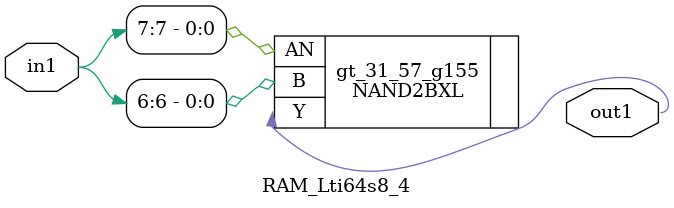
<source format=v>
`timescale 1ps / 1ps


module RAM_Lti64s8_4(in1, out1);
  input [7:0] in1;
  output out1;
  wire [7:0] in1;
  wire out1;
  NAND2BXL gt_31_57_g155(.AN (in1[7]), .B (in1[6]), .Y (out1));
endmodule



</source>
